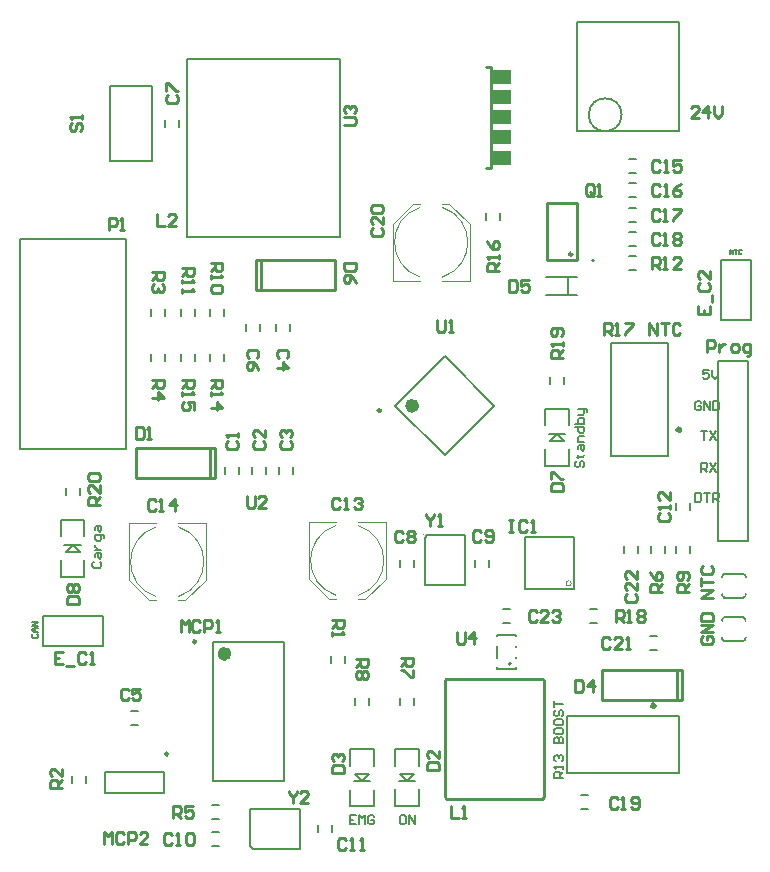
<source format=gto>
G04 Layer_Color=65535*
%FSLAX25Y25*%
%MOIN*%
G70*
G01*
G75*
%ADD34C,0.01000*%
%ADD48C,0.00000*%
%ADD49C,0.00984*%
%ADD50C,0.00787*%
%ADD51C,0.00394*%
%ADD52C,0.02362*%
%ADD53C,0.00400*%
%ADD54C,0.00800*%
%ADD55C,0.01575*%
%ADD56C,0.00500*%
%ADD57C,0.00600*%
%ADD58R,0.07087X0.04724*%
D34*
X186500Y206500D02*
G03*
X186500Y206500I-500J0D01*
G01*
X67425Y139050D02*
Y142000D01*
X41008D02*
X67425D01*
X41000Y131882D02*
Y142000D01*
X67425Y131882D02*
Y139050D01*
X65819Y132000D02*
Y142000D01*
X41008Y131882D02*
X67425D01*
X144500Y25000D02*
X176500D01*
X144000Y25500D02*
X144280Y25220D01*
X176500Y25000D02*
X177000Y25500D01*
X144000D02*
Y64500D01*
X144500Y65000D01*
X177000Y25500D02*
Y64500D01*
X176500Y65000D02*
X177000Y64500D01*
X144500Y65000D02*
X176500D01*
X178000Y204500D02*
Y223500D01*
X188000D01*
Y204500D02*
Y223500D01*
X178000Y204500D02*
X188000D01*
X193000D02*
X193500D01*
X81075Y194500D02*
Y197450D01*
Y194500D02*
X107492D01*
X107500D02*
Y204618D01*
X81075Y197450D02*
Y204618D01*
X82681Y194500D02*
Y204500D01*
X81075Y204618D02*
X107492D01*
X157784Y235185D02*
X159358D01*
Y269043D01*
X157784D02*
X159358D01*
X222975Y65050D02*
Y68000D01*
X196558D02*
X222975D01*
X196550Y57882D02*
Y68000D01*
X222975Y57882D02*
Y65050D01*
X221369Y58000D02*
Y68000D01*
X196558Y57882D02*
X222975D01*
X197000Y179500D02*
Y183436D01*
X198968D01*
X199624Y182780D01*
Y181468D01*
X198968Y180812D01*
X197000D01*
X198312D02*
X199624Y179500D01*
X200936D02*
X202248D01*
X201592D01*
Y183436D01*
X200936Y182780D01*
X204216Y183436D02*
X206839D01*
Y182780D01*
X204216Y180156D01*
Y179500D01*
X212087D02*
Y183436D01*
X214711Y179500D01*
Y183436D01*
X216023D02*
X218647D01*
X217335D01*
Y179500D01*
X222582Y182780D02*
X221926Y183436D01*
X220614D01*
X219958Y182780D01*
Y180156D01*
X220614Y179500D01*
X221926D01*
X222582Y180156D01*
X230017Y79124D02*
X229361Y78468D01*
Y77156D01*
X230017Y76500D01*
X232641D01*
X233297Y77156D01*
Y78468D01*
X232641Y79124D01*
X231329D01*
Y77812D01*
X233297Y80436D02*
X229361D01*
X233297Y83060D01*
X229361D01*
Y84372D02*
X233297D01*
Y86339D01*
X232641Y86995D01*
X230017D01*
X229361Y86339D01*
Y84372D01*
X233297Y92000D02*
X229361D01*
X233297Y94624D01*
X229361D01*
Y95936D02*
Y98560D01*
Y97248D01*
X233297D01*
X230017Y102495D02*
X229361Y101839D01*
Y100527D01*
X230017Y99871D01*
X232641D01*
X233297Y100527D01*
Y101839D01*
X232641Y102495D01*
X228564Y189124D02*
Y186500D01*
X232500D01*
Y189124D01*
X230532Y186500D02*
Y187812D01*
X233156Y190436D02*
Y193060D01*
X229220Y196995D02*
X228564Y196339D01*
Y195027D01*
X229220Y194371D01*
X231844D01*
X232500Y195027D01*
Y196339D01*
X231844Y196995D01*
X232500Y200931D02*
Y198307D01*
X229876Y200931D01*
X229220D01*
X228564Y200275D01*
Y198963D01*
X229220Y198307D01*
X213000Y201500D02*
Y205436D01*
X214968D01*
X215624Y204780D01*
Y203468D01*
X214968Y202812D01*
X213000D01*
X214312D02*
X215624Y201500D01*
X216936D02*
X218248D01*
X217592D01*
Y205436D01*
X216936Y204780D01*
X222839Y201500D02*
X220216D01*
X222839Y204124D01*
Y204780D01*
X222183Y205436D01*
X220871D01*
X220216Y204780D01*
X193624Y226656D02*
Y229280D01*
X192968Y229936D01*
X191656D01*
X191000Y229280D01*
Y226656D01*
X191656Y226000D01*
X192968D01*
X192312Y227312D02*
X193624Y226000D01*
X192968D02*
X193624Y226656D01*
X194936Y226000D02*
X196248D01*
X195592D01*
Y229936D01*
X194936Y229280D01*
X165500Y197936D02*
Y194000D01*
X167468D01*
X168124Y194656D01*
Y197280D01*
X167468Y197936D01*
X165500D01*
X172060D02*
X169436D01*
Y195968D01*
X170748Y196624D01*
X171404D01*
X172060Y195968D01*
Y194656D01*
X171404Y194000D01*
X170092D01*
X169436Y194656D01*
X19720Y250124D02*
X19064Y249468D01*
Y248156D01*
X19720Y247500D01*
X20376D01*
X21032Y248156D01*
Y249468D01*
X21688Y250124D01*
X22344D01*
X23000Y249468D01*
Y248156D01*
X22344Y247500D01*
X23000Y251436D02*
Y252748D01*
Y252092D01*
X19064D01*
X19720Y251436D01*
X228624Y252000D02*
X226000D01*
X228624Y254624D01*
Y255280D01*
X227968Y255936D01*
X226656D01*
X226000Y255280D01*
X231904Y252000D02*
Y255936D01*
X229936Y253968D01*
X232560D01*
X233872Y255936D02*
Y253312D01*
X235183Y252000D01*
X236495Y253312D01*
Y255936D01*
X71720Y144124D02*
X71064Y143468D01*
Y142156D01*
X71720Y141500D01*
X74344D01*
X75000Y142156D01*
Y143468D01*
X74344Y144124D01*
X75000Y145436D02*
Y146748D01*
Y146092D01*
X71064D01*
X71720Y145436D01*
X80720Y144124D02*
X80064Y143468D01*
Y142156D01*
X80720Y141500D01*
X83344D01*
X84000Y142156D01*
Y143468D01*
X83344Y144124D01*
X84000Y148060D02*
Y145436D01*
X81376Y148060D01*
X80720D01*
X80064Y147404D01*
Y146092D01*
X80720Y145436D01*
X89720Y144124D02*
X89064Y143468D01*
Y142156D01*
X89720Y141500D01*
X92344D01*
X93000Y142156D01*
Y143468D01*
X92344Y144124D01*
X89720Y145436D02*
X89064Y146092D01*
Y147404D01*
X89720Y148060D01*
X90376D01*
X91032Y147404D01*
Y146748D01*
Y147404D01*
X91688Y148060D01*
X92344D01*
X93000Y147404D01*
Y146092D01*
X92344Y145436D01*
X91280Y171876D02*
X91936Y172532D01*
Y173844D01*
X91280Y174500D01*
X88656D01*
X88000Y173844D01*
Y172532D01*
X88656Y171876D01*
X88000Y168596D02*
X91936D01*
X89968Y170564D01*
Y167940D01*
X38624Y61080D02*
X37968Y61736D01*
X36656D01*
X36000Y61080D01*
Y58456D01*
X36656Y57800D01*
X37968D01*
X38624Y58456D01*
X42560Y61736D02*
X39936D01*
Y59768D01*
X41248Y60424D01*
X41904D01*
X42560Y59768D01*
Y58456D01*
X41904Y57800D01*
X40592D01*
X39936Y58456D01*
X81280Y171876D02*
X81936Y172532D01*
Y173844D01*
X81280Y174500D01*
X78656D01*
X78000Y173844D01*
Y172532D01*
X78656Y171876D01*
X81936Y167940D02*
X81280Y169252D01*
X79968Y170564D01*
X78656D01*
X78000Y169908D01*
Y168596D01*
X78656Y167940D01*
X79312D01*
X79968Y168596D01*
Y170564D01*
X51720Y259624D02*
X51064Y258968D01*
Y257656D01*
X51720Y257000D01*
X54344D01*
X55000Y257656D01*
Y258968D01*
X54344Y259624D01*
X51064Y260936D02*
Y263560D01*
X51720D01*
X54344Y260936D01*
X55000D01*
X130124Y113737D02*
X129468Y114393D01*
X128156D01*
X127500Y113737D01*
Y111113D01*
X128156Y110457D01*
X129468D01*
X130124Y111113D01*
X131436Y113737D02*
X132092Y114393D01*
X133404D01*
X134060Y113737D01*
Y113081D01*
X133404Y112425D01*
X134060Y111769D01*
Y111113D01*
X133404Y110457D01*
X132092D01*
X131436Y111113D01*
Y111769D01*
X132092Y112425D01*
X131436Y113081D01*
Y113737D01*
X132092Y112425D02*
X133404D01*
X156124Y113780D02*
X155468Y114436D01*
X154156D01*
X153500Y113780D01*
Y111156D01*
X154156Y110500D01*
X155468D01*
X156124Y111156D01*
X157436D02*
X158092Y110500D01*
X159404D01*
X160060Y111156D01*
Y113780D01*
X159404Y114436D01*
X158092D01*
X157436Y113780D01*
Y113124D01*
X158092Y112468D01*
X160060D01*
X53124Y12780D02*
X52468Y13436D01*
X51156D01*
X50500Y12780D01*
Y10156D01*
X51156Y9500D01*
X52468D01*
X53124Y10156D01*
X54436Y9500D02*
X55748D01*
X55092D01*
Y13436D01*
X54436Y12780D01*
X57715D02*
X58372Y13436D01*
X59683D01*
X60339Y12780D01*
Y10156D01*
X59683Y9500D01*
X58372D01*
X57715Y10156D01*
Y12780D01*
X111124Y11280D02*
X110468Y11936D01*
X109156D01*
X108500Y11280D01*
Y8656D01*
X109156Y8000D01*
X110468D01*
X111124Y8656D01*
X112436Y8000D02*
X113748D01*
X113092D01*
Y11936D01*
X112436Y11280D01*
X115716Y8000D02*
X117027D01*
X116372D01*
Y11936D01*
X115716Y11280D01*
X215720Y120124D02*
X215064Y119468D01*
Y118156D01*
X215720Y117500D01*
X218344D01*
X219000Y118156D01*
Y119468D01*
X218344Y120124D01*
X219000Y121436D02*
Y122748D01*
Y122092D01*
X215064D01*
X215720Y121436D01*
X219000Y127339D02*
Y124715D01*
X216376Y127339D01*
X215720D01*
X215064Y126683D01*
Y125372D01*
X215720Y124715D01*
X109124Y124729D02*
X108468Y125385D01*
X107156D01*
X106500Y124729D01*
Y122105D01*
X107156Y121449D01*
X108468D01*
X109124Y122105D01*
X110436Y121449D02*
X111748D01*
X111092D01*
Y125385D01*
X110436Y124729D01*
X113716D02*
X114372Y125385D01*
X115683D01*
X116339Y124729D01*
Y124073D01*
X115683Y123417D01*
X115027D01*
X115683D01*
X116339Y122761D01*
Y122105D01*
X115683Y121449D01*
X114372D01*
X113716Y122105D01*
X47624Y124280D02*
X46968Y124936D01*
X45656D01*
X45000Y124280D01*
Y121656D01*
X45656Y121000D01*
X46968D01*
X47624Y121656D01*
X48936Y121000D02*
X50248D01*
X49592D01*
Y124936D01*
X48936Y124280D01*
X54183Y121000D02*
Y124936D01*
X52215Y122968D01*
X54839D01*
X215667Y237280D02*
X215011Y237936D01*
X213699D01*
X213043Y237280D01*
Y234656D01*
X213699Y234000D01*
X215011D01*
X215667Y234656D01*
X216979Y234000D02*
X218291D01*
X217635D01*
Y237936D01*
X216979Y237280D01*
X222882Y237936D02*
X220258D01*
Y235968D01*
X221570Y236624D01*
X222226D01*
X222882Y235968D01*
Y234656D01*
X222226Y234000D01*
X220915D01*
X220258Y234656D01*
X215667Y229280D02*
X215011Y229936D01*
X213699D01*
X213043Y229280D01*
Y226656D01*
X213699Y226000D01*
X215011D01*
X215667Y226656D01*
X216979Y226000D02*
X218291D01*
X217635D01*
Y229936D01*
X216979Y229280D01*
X222882Y229936D02*
X221570Y229280D01*
X220258Y227968D01*
Y226656D01*
X220915Y226000D01*
X222226D01*
X222882Y226656D01*
Y227312D01*
X222226Y227968D01*
X220258D01*
X215624Y220780D02*
X214968Y221436D01*
X213656D01*
X213000Y220780D01*
Y218156D01*
X213656Y217500D01*
X214968D01*
X215624Y218156D01*
X216936Y217500D02*
X218248D01*
X217592D01*
Y221436D01*
X216936Y220780D01*
X220216Y221436D02*
X222839D01*
Y220780D01*
X220216Y218156D01*
Y217500D01*
X215624Y212780D02*
X214968Y213436D01*
X213656D01*
X213000Y212780D01*
Y210156D01*
X213656Y209500D01*
X214968D01*
X215624Y210156D01*
X216936Y209500D02*
X218248D01*
X217592D01*
Y213436D01*
X216936Y212780D01*
X220216D02*
X220871Y213436D01*
X222183D01*
X222839Y212780D01*
Y212124D01*
X222183Y211468D01*
X222839Y210812D01*
Y210156D01*
X222183Y209500D01*
X220871D01*
X220216Y210156D01*
Y210812D01*
X220871Y211468D01*
X220216Y212124D01*
Y212780D01*
X220871Y211468D02*
X222183D01*
X201624Y24780D02*
X200968Y25436D01*
X199656D01*
X199000Y24780D01*
Y22156D01*
X199656Y21500D01*
X200968D01*
X201624Y22156D01*
X202936Y21500D02*
X204248D01*
X203592D01*
Y25436D01*
X202936Y24780D01*
X206216Y22156D02*
X206872Y21500D01*
X208183D01*
X208839Y22156D01*
Y24780D01*
X208183Y25436D01*
X206872D01*
X206216Y24780D01*
Y24124D01*
X206872Y23468D01*
X208839D01*
X120220Y215124D02*
X119564Y214468D01*
Y213156D01*
X120220Y212500D01*
X122844D01*
X123500Y213156D01*
Y214468D01*
X122844Y215124D01*
X123500Y219060D02*
Y216436D01*
X120876Y219060D01*
X120220D01*
X119564Y218404D01*
Y217092D01*
X120220Y216436D01*
Y220372D02*
X119564Y221027D01*
Y222339D01*
X120220Y222995D01*
X122844D01*
X123500Y222339D01*
Y221027D01*
X122844Y220372D01*
X120220D01*
X199124Y78280D02*
X198468Y78936D01*
X197156D01*
X196500Y78280D01*
Y75656D01*
X197156Y75000D01*
X198468D01*
X199124Y75656D01*
X203060Y75000D02*
X200436D01*
X203060Y77624D01*
Y78280D01*
X202404Y78936D01*
X201092D01*
X200436Y78280D01*
X204372Y75000D02*
X205683D01*
X205027D01*
Y78936D01*
X204372Y78280D01*
X204720Y93124D02*
X204064Y92468D01*
Y91156D01*
X204720Y90500D01*
X207344D01*
X208000Y91156D01*
Y92468D01*
X207344Y93124D01*
X208000Y97060D02*
Y94436D01*
X205376Y97060D01*
X204720D01*
X204064Y96404D01*
Y95092D01*
X204720Y94436D01*
X208000Y100995D02*
Y98371D01*
X205376Y100995D01*
X204720D01*
X204064Y100339D01*
Y99027D01*
X204720Y98371D01*
X174624Y87280D02*
X173968Y87936D01*
X172656D01*
X172000Y87280D01*
Y84656D01*
X172656Y84000D01*
X173968D01*
X174624Y84656D01*
X178560Y84000D02*
X175936D01*
X178560Y86624D01*
Y87280D01*
X177904Y87936D01*
X176592D01*
X175936Y87280D01*
X179871D02*
X180527Y87936D01*
X181839D01*
X182495Y87280D01*
Y86624D01*
X181839Y85968D01*
X181183D01*
X181839D01*
X182495Y85312D01*
Y84656D01*
X181839Y84000D01*
X180527D01*
X179871Y84656D01*
X138064Y34500D02*
X142000D01*
Y36468D01*
X141344Y37124D01*
X138720D01*
X138064Y36468D01*
Y34500D01*
X142000Y41060D02*
Y38436D01*
X139376Y41060D01*
X138720D01*
X138064Y40404D01*
Y39092D01*
X138720Y38436D01*
X106564Y33500D02*
X110500D01*
Y35468D01*
X109844Y36124D01*
X107220D01*
X106564Y35468D01*
Y33500D01*
X107220Y37436D02*
X106564Y38092D01*
Y39404D01*
X107220Y40060D01*
X107876D01*
X108532Y39404D01*
Y38748D01*
Y39404D01*
X109188Y40060D01*
X109844D01*
X110500Y39404D01*
Y38092D01*
X109844Y37436D01*
X179564Y127500D02*
X183500D01*
Y129468D01*
X182844Y130124D01*
X180220D01*
X179564Y129468D01*
Y127500D01*
Y131436D02*
Y134060D01*
X180220D01*
X182844Y131436D01*
X183500D01*
X18064Y90000D02*
X22000D01*
Y91968D01*
X21344Y92624D01*
X18720D01*
X18064Y91968D01*
Y90000D01*
X18720Y93936D02*
X18064Y94592D01*
Y95904D01*
X18720Y96560D01*
X19376D01*
X20032Y95904D01*
X20688Y96560D01*
X21344D01*
X22000Y95904D01*
Y94592D01*
X21344Y93936D01*
X20688D01*
X20032Y94592D01*
X19376Y93936D01*
X18720D01*
X20032Y94592D02*
Y95904D01*
X16624Y73936D02*
X14000D01*
Y70000D01*
X16624D01*
X14000Y71968D02*
X15312D01*
X17936Y69344D02*
X20560D01*
X24495Y73280D02*
X23839Y73936D01*
X22527D01*
X21871Y73280D01*
Y70656D01*
X22527Y70000D01*
X23839D01*
X24495Y70656D01*
X25807Y70000D02*
X27119D01*
X26463D01*
Y73936D01*
X25807Y73280D01*
X165500Y117936D02*
X166812D01*
X166156D01*
Y114000D01*
X165500D01*
X166812D01*
X171404Y117280D02*
X170748Y117936D01*
X169436D01*
X168780Y117280D01*
Y114656D01*
X169436Y114000D01*
X170748D01*
X171404Y114656D01*
X172715Y114000D02*
X174027D01*
X173372D01*
Y117936D01*
X172715Y117280D01*
X146000Y22534D02*
Y18598D01*
X148624D01*
X149936D02*
X151248D01*
X150592D01*
Y22534D01*
X149936Y21878D01*
X48000Y219936D02*
Y216000D01*
X50624D01*
X54560D02*
X51936D01*
X54560Y218624D01*
Y219280D01*
X53904Y219936D01*
X52592D01*
X51936Y219280D01*
X56000Y80500D02*
Y84436D01*
X57312Y83124D01*
X58624Y84436D01*
Y80500D01*
X62560Y83780D02*
X61904Y84436D01*
X60592D01*
X59936Y83780D01*
Y81156D01*
X60592Y80500D01*
X61904D01*
X62560Y81156D01*
X63872Y80500D02*
Y84436D01*
X65839D01*
X66495Y83780D01*
Y82468D01*
X65839Y81812D01*
X63872D01*
X67807Y80500D02*
X69119D01*
X68463D01*
Y84436D01*
X67807Y83780D01*
X30500Y10000D02*
Y13936D01*
X31812Y12624D01*
X33124Y13936D01*
Y10000D01*
X37060Y13280D02*
X36404Y13936D01*
X35092D01*
X34436Y13280D01*
Y10656D01*
X35092Y10000D01*
X36404D01*
X37060Y10656D01*
X38372Y10000D02*
Y13936D01*
X40339D01*
X40995Y13280D01*
Y11968D01*
X40339Y11312D01*
X38372D01*
X44931Y10000D02*
X42307D01*
X44931Y12624D01*
Y13280D01*
X44275Y13936D01*
X42963D01*
X42307Y13280D01*
X32000Y214500D02*
Y218436D01*
X33968D01*
X34624Y217780D01*
Y216468D01*
X33968Y215812D01*
X32000D01*
X35936Y214500D02*
X37248D01*
X36592D01*
Y218436D01*
X35936Y217780D01*
X231500Y174000D02*
Y177936D01*
X233468D01*
X234124Y177280D01*
Y175968D01*
X233468Y175312D01*
X231500D01*
X235436Y176624D02*
Y174000D01*
Y175312D01*
X236092Y175968D01*
X236748Y176624D01*
X237404D01*
X240027Y174000D02*
X241339D01*
X241995Y174656D01*
Y175968D01*
X241339Y176624D01*
X240027D01*
X239371Y175968D01*
Y174656D01*
X240027Y174000D01*
X244619Y172688D02*
X245275D01*
X245931Y173344D01*
Y176624D01*
X243963D01*
X243307Y175968D01*
Y174656D01*
X243963Y174000D01*
X245931D01*
X106500Y84500D02*
X110436D01*
Y82532D01*
X109780Y81876D01*
X108468D01*
X107812Y82532D01*
Y84500D01*
Y83188D02*
X106500Y81876D01*
Y80564D02*
Y79252D01*
Y79908D01*
X110436D01*
X109780Y80564D01*
X16500Y28500D02*
X12564D01*
Y30468D01*
X13220Y31124D01*
X14532D01*
X15188Y30468D01*
Y28500D01*
Y29812D02*
X16500Y31124D01*
Y35060D02*
Y32436D01*
X13876Y35060D01*
X13220D01*
X12564Y34404D01*
Y33092D01*
X13220Y32436D01*
X46500Y200500D02*
X50436D01*
Y198532D01*
X49780Y197876D01*
X48468D01*
X47812Y198532D01*
Y200500D01*
Y199188D02*
X46500Y197876D01*
X49780Y196564D02*
X50436Y195908D01*
Y194596D01*
X49780Y193940D01*
X49124D01*
X48468Y194596D01*
Y195252D01*
Y194596D01*
X47812Y193940D01*
X47156D01*
X46500Y194596D01*
Y195908D01*
X47156Y196564D01*
X46500Y164500D02*
X50436D01*
Y162532D01*
X49780Y161876D01*
X48468D01*
X47812Y162532D01*
Y164500D01*
Y163188D02*
X46500Y161876D01*
Y158596D02*
X50436D01*
X48468Y160564D01*
Y157940D01*
X53500Y18500D02*
Y22436D01*
X55468D01*
X56124Y21780D01*
Y20468D01*
X55468Y19812D01*
X53500D01*
X54812D02*
X56124Y18500D01*
X60060Y22436D02*
X57436D01*
Y20468D01*
X58748Y21124D01*
X59404D01*
X60060Y20468D01*
Y19156D01*
X59404Y18500D01*
X58092D01*
X57436Y19156D01*
X216500Y94000D02*
X212564D01*
Y95968D01*
X213220Y96624D01*
X214532D01*
X215188Y95968D01*
Y94000D01*
Y95312D02*
X216500Y96624D01*
X212564Y100560D02*
X213220Y99248D01*
X214532Y97936D01*
X215844D01*
X216500Y98592D01*
Y99904D01*
X215844Y100560D01*
X215188D01*
X214532Y99904D01*
Y97936D01*
X129500Y72000D02*
X133436D01*
Y70032D01*
X132780Y69376D01*
X131468D01*
X130812Y70032D01*
Y72000D01*
Y70688D02*
X129500Y69376D01*
X133436Y68064D02*
Y65440D01*
X132780D01*
X130156Y68064D01*
X129500D01*
X114500Y71500D02*
X118436D01*
Y69532D01*
X117780Y68876D01*
X116468D01*
X115812Y69532D01*
Y71500D01*
Y70188D02*
X114500Y68876D01*
X117780Y67564D02*
X118436Y66908D01*
Y65596D01*
X117780Y64940D01*
X117124D01*
X116468Y65596D01*
X115812Y64940D01*
X115156D01*
X114500Y65596D01*
Y66908D01*
X115156Y67564D01*
X115812D01*
X116468Y66908D01*
X117124Y67564D01*
X117780D01*
X116468Y66908D02*
Y65596D01*
X225500Y94000D02*
X221564D01*
Y95968D01*
X222220Y96624D01*
X223532D01*
X224188Y95968D01*
Y94000D01*
Y95312D02*
X225500Y96624D01*
X224844Y97936D02*
X225500Y98592D01*
Y99904D01*
X224844Y100560D01*
X222220D01*
X221564Y99904D01*
Y98592D01*
X222220Y97936D01*
X222876D01*
X223532Y98592D01*
Y100560D01*
X66000Y203543D02*
X69936D01*
Y201575D01*
X69280Y200919D01*
X67968D01*
X67312Y201575D01*
Y203543D01*
Y202231D02*
X66000Y200919D01*
Y199607D02*
Y198295D01*
Y198951D01*
X69936D01*
X69280Y199607D01*
Y196327D02*
X69936Y195671D01*
Y194360D01*
X69280Y193704D01*
X66656D01*
X66000Y194360D01*
Y195671D01*
X66656Y196327D01*
X69280D01*
X56500Y202000D02*
X60436D01*
Y200032D01*
X59780Y199376D01*
X58468D01*
X57812Y200032D01*
Y202000D01*
Y200688D02*
X56500Y199376D01*
Y198064D02*
Y196752D01*
Y197408D01*
X60436D01*
X59780Y198064D01*
X56500Y194784D02*
Y193473D01*
Y194129D01*
X60436D01*
X59780Y194784D01*
X66000Y164500D02*
X69936D01*
Y162532D01*
X69280Y161876D01*
X67968D01*
X67312Y162532D01*
Y164500D01*
Y163188D02*
X66000Y161876D01*
Y160564D02*
Y159252D01*
Y159908D01*
X69936D01*
X69280Y160564D01*
X66000Y155317D02*
X69936D01*
X67968Y157284D01*
Y154661D01*
X56500Y164500D02*
X60436D01*
Y162532D01*
X59780Y161876D01*
X58468D01*
X57812Y162532D01*
Y164500D01*
Y163188D02*
X56500Y161876D01*
Y160564D02*
Y159252D01*
Y159908D01*
X60436D01*
X59780Y160564D01*
X60436Y154661D02*
Y157284D01*
X58468D01*
X59124Y155973D01*
Y155317D01*
X58468Y154661D01*
X57156D01*
X56500Y155317D01*
Y156629D01*
X57156Y157284D01*
X162000Y201000D02*
X158064D01*
Y202968D01*
X158720Y203624D01*
X160032D01*
X160688Y202968D01*
Y201000D01*
Y202312D02*
X162000Y203624D01*
Y204936D02*
Y206248D01*
Y205592D01*
X158064D01*
X158720Y204936D01*
X158064Y210839D02*
X158720Y209527D01*
X160032Y208215D01*
X161344D01*
X162000Y208872D01*
Y210183D01*
X161344Y210839D01*
X160688D01*
X160032Y210183D01*
Y208215D01*
X201000Y84000D02*
Y87936D01*
X202968D01*
X203624Y87280D01*
Y85968D01*
X202968Y85312D01*
X201000D01*
X202312D02*
X203624Y84000D01*
X204936D02*
X206248D01*
X205592D01*
Y87936D01*
X204936Y87280D01*
X208215D02*
X208872Y87936D01*
X210183D01*
X210839Y87280D01*
Y86624D01*
X210183Y85968D01*
X210839Y85312D01*
Y84656D01*
X210183Y84000D01*
X208872D01*
X208215Y84656D01*
Y85312D01*
X208872Y85968D01*
X208215Y86624D01*
Y87280D01*
X208872Y85968D02*
X210183D01*
X183500Y172000D02*
X179564D01*
Y173968D01*
X180220Y174624D01*
X181532D01*
X182188Y173968D01*
Y172000D01*
Y173312D02*
X183500Y174624D01*
Y175936D02*
Y177248D01*
Y176592D01*
X179564D01*
X180220Y175936D01*
X182844Y179216D02*
X183500Y179871D01*
Y181183D01*
X182844Y181839D01*
X180220D01*
X179564Y181183D01*
Y179871D01*
X180220Y179216D01*
X180876D01*
X181532Y179871D01*
Y181839D01*
X29000Y123000D02*
X25064D01*
Y124968D01*
X25720Y125624D01*
X27032D01*
X27688Y124968D01*
Y123000D01*
Y124312D02*
X29000Y125624D01*
Y129560D02*
Y126936D01*
X26376Y129560D01*
X25720D01*
X25064Y128904D01*
Y127592D01*
X25720Y126936D01*
Y130871D02*
X25064Y131527D01*
Y132839D01*
X25720Y133495D01*
X28344D01*
X29000Y132839D01*
Y131527D01*
X28344Y130871D01*
X25720D01*
X141500Y184436D02*
Y181156D01*
X142156Y180500D01*
X143468D01*
X144124Y181156D01*
Y184436D01*
X145436Y180500D02*
X146748D01*
X146092D01*
Y184436D01*
X145436Y183780D01*
X78000Y125936D02*
Y122656D01*
X78656Y122000D01*
X79968D01*
X80624Y122656D01*
Y125936D01*
X84560Y122000D02*
X81936D01*
X84560Y124624D01*
Y125280D01*
X83904Y125936D01*
X82592D01*
X81936Y125280D01*
X110564Y249500D02*
X113844D01*
X114500Y250156D01*
Y251468D01*
X113844Y252124D01*
X110564D01*
X111220Y253436D02*
X110564Y254092D01*
Y255404D01*
X111220Y256060D01*
X111876D01*
X112532Y255404D01*
Y254748D01*
Y255404D01*
X113188Y256060D01*
X113844D01*
X114500Y255404D01*
Y254092D01*
X113844Y253436D01*
X148000Y80436D02*
Y77156D01*
X148656Y76500D01*
X149968D01*
X150624Y77156D01*
Y80436D01*
X153904Y76500D02*
Y80436D01*
X151936Y78468D01*
X154560D01*
X137850Y119766D02*
Y119111D01*
X139162Y117799D01*
X140474Y119111D01*
Y119766D01*
X139162Y117799D02*
Y115831D01*
X141786D02*
X143098D01*
X142442D01*
Y119766D01*
X141786Y119111D01*
X92000Y27436D02*
Y26780D01*
X93312Y25468D01*
X94624Y26780D01*
Y27436D01*
X93312Y25468D02*
Y23500D01*
X98560D02*
X95936D01*
X98560Y26124D01*
Y26780D01*
X97904Y27436D01*
X96592D01*
X95936Y26780D01*
X187500Y64436D02*
Y60500D01*
X189468D01*
X190124Y61156D01*
Y63780D01*
X189468Y64436D01*
X187500D01*
X193404Y60500D02*
Y64436D01*
X191436Y62468D01*
X194060D01*
X114436Y203500D02*
X110500D01*
Y201532D01*
X111156Y200876D01*
X113780D01*
X114436Y201532D01*
Y203500D01*
Y196940D02*
X113780Y198252D01*
X112468Y199564D01*
X111156D01*
X110500Y198908D01*
Y197596D01*
X111156Y196940D01*
X111812D01*
X112468Y197596D01*
Y199564D01*
X41000Y148936D02*
Y145000D01*
X42968D01*
X43624Y145656D01*
Y148280D01*
X42968Y148936D01*
X41000D01*
X44936Y145000D02*
X46248D01*
X45592D01*
Y148936D01*
X44936Y148280D01*
D48*
X186179Y96807D02*
G03*
X186179Y96807I-880J0D01*
G01*
D49*
X51839Y39949D02*
G03*
X51839Y39949I-492J0D01*
G01*
X122708Y154399D02*
G03*
X122708Y154399I-492J0D01*
G01*
X61079Y77346D02*
G03*
X61079Y77346I-492J0D01*
G01*
D50*
X202984Y253000D02*
G03*
X202984Y253000I-5484J0D01*
G01*
X30657Y26957D02*
Y34043D01*
X50343Y26957D02*
Y34043D01*
X30657Y26957D02*
X50343D01*
X30657Y34043D02*
X50343D01*
X188000Y284000D02*
X222000D01*
X188000Y247500D02*
Y284000D01*
Y247500D02*
X222000D01*
Y284000D01*
X10000Y86000D02*
X30000D01*
X10000Y76000D02*
Y86000D01*
Y76000D02*
X30000D01*
Y86000D01*
X235000Y111000D02*
Y171000D01*
X245000Y111000D02*
Y171000D01*
X235000D02*
X245000D01*
X235000Y111000D02*
X245000D01*
X2283Y141461D02*
X37717D01*
X2283Y211539D02*
X37717D01*
Y141461D02*
Y211539D01*
X2283Y141461D02*
Y211539D01*
X32500Y237500D02*
X46500D01*
X32500D02*
Y262500D01*
X46500D01*
Y237500D02*
Y262500D01*
X83169Y8307D02*
X95768D01*
Y21693D01*
X79232D02*
X95768D01*
X79232Y9094D02*
Y21693D01*
Y9094D02*
X80020Y8307D01*
X83169D01*
X127575Y156000D02*
X144000Y139575D01*
Y172425D02*
X160425Y156000D01*
X127575D02*
X144000Y172425D01*
Y139575D02*
X160425Y156000D01*
X66689Y30772D02*
Y77228D01*
X90311Y30772D02*
Y77228D01*
X66689D02*
X90311D01*
X66689Y30772D02*
X90311D01*
X137307Y96232D02*
Y108831D01*
Y96232D02*
X150693D01*
Y112768D01*
X138095D02*
X150693D01*
X137307Y111980D02*
X138095Y112768D01*
X137307Y108831D02*
Y111980D01*
X236000Y184500D02*
X246000D01*
X236000D02*
Y204500D01*
X246000D01*
Y184500D02*
Y204500D01*
X58000Y212276D02*
X83500D01*
X58000D02*
Y271724D01*
X109000D01*
Y212276D02*
Y271724D01*
X83500Y212276D02*
X109000D01*
D51*
X79035Y7913D02*
G03*
X79035Y7913I-197J0D01*
G01*
X137110Y113161D02*
G03*
X137110Y113161I-197J0D01*
G01*
D52*
X134324Y156000D02*
G03*
X134324Y156000I-1181J0D01*
G01*
X71807Y73291D02*
G03*
X71807Y73291I-1181J0D01*
G01*
D53*
X47760Y115614D02*
G03*
X47760Y92386I3740J-11614D01*
G01*
X55240D02*
G03*
X55240Y115614I-3740J11614D01*
G01*
X107760Y116063D02*
G03*
X107760Y92835I3740J-11614D01*
G01*
X115240D02*
G03*
X115240Y116063I-3740J11614D01*
G01*
X143240Y198886D02*
G03*
X143240Y222114I-3740J11614D01*
G01*
X135760D02*
G03*
X135760Y198886I3740J-11614D01*
G01*
X38705Y116795D02*
X47760D01*
X38705Y97898D02*
Y116795D01*
Y97898D02*
X45398Y91205D01*
X47760D01*
X55240D02*
X57602D01*
X64295Y97898D01*
Y116795D01*
X55240D02*
X64295D01*
X98705Y117244D02*
X107760D01*
X98705Y98347D02*
Y117244D01*
Y98347D02*
X105398Y91654D01*
X107760D01*
X115240D02*
X117602D01*
X124295Y98347D01*
Y117244D01*
X115240D02*
X124295D01*
X143240Y197705D02*
X152295D01*
Y216602D01*
X145602Y223295D02*
X152295Y216602D01*
X143240Y223295D02*
X145602D01*
X133398D02*
X135760D01*
X126705Y216602D02*
X133398Y223295D01*
X126705Y197705D02*
Y216602D01*
Y197705D02*
X135760D01*
D54*
X243525Y77563D02*
G03*
X244312Y78744I-197J984D01*
G01*
X236438D02*
G03*
X237225Y77563I984J-197D01*
G01*
Y85437D02*
G03*
X236438Y84256I197J-984D01*
G01*
X244312Y84256D02*
G03*
X243525Y85437I-983J197D01*
G01*
X237272Y99937D02*
G03*
X236485Y98756I197J-984D01*
G01*
X244359D02*
G03*
X243572Y99937I-984J197D01*
G01*
Y92063D02*
G03*
X244359Y93244I-197J984D01*
G01*
X236485Y93244D02*
G03*
X237272Y92063I983J-197D01*
G01*
X129138Y33275D02*
X131500Y30913D01*
X129138Y33275D02*
X133862D01*
X131500Y30913D02*
X133862Y33275D01*
X128744Y30913D02*
X131500D01*
X134256D01*
X127563Y22645D02*
Y28157D01*
Y22645D02*
X135437D01*
Y28157D01*
X127563Y36031D02*
Y41543D01*
X135437D01*
Y36031D02*
Y41543D01*
X114138Y33181D02*
X116500Y30819D01*
X114138Y33181D02*
X118862D01*
X116500Y30819D02*
X118862Y33181D01*
X113744Y30819D02*
X116500D01*
X119256D01*
X112563Y22551D02*
Y28063D01*
Y22551D02*
X120437D01*
Y28063D01*
X112563Y35937D02*
Y41449D01*
X120437D01*
Y35937D02*
Y41449D01*
X181500Y146681D02*
X183862Y144319D01*
X179138D02*
X183862D01*
X179138D02*
X181500Y146681D01*
X184256D01*
X178744D02*
X181500D01*
X185437Y149437D02*
Y154949D01*
X177563D02*
X185437D01*
X177563Y149437D02*
Y154949D01*
X185437Y136051D02*
Y141563D01*
X177563Y136051D02*
X185437D01*
X177563D02*
Y141563D01*
X20000Y109681D02*
X22362Y107319D01*
X17638D02*
X22362D01*
X17638D02*
X20000Y109681D01*
X22756D01*
X17244D02*
X20000D01*
X23937Y112437D02*
Y117949D01*
X16063D02*
X23937D01*
X16063Y112437D02*
Y117949D01*
X23937Y99051D02*
Y104563D01*
X16063Y99051D02*
X23937D01*
X16063D02*
Y104563D01*
X184969Y192949D02*
X188118D01*
X177882D02*
X184969D01*
Y199051D02*
X188118D01*
X177882D02*
X184969D01*
Y192949D02*
Y199051D01*
X237225Y85437D02*
X243525D01*
X237225Y77563D02*
X243525D01*
X237272Y92063D02*
X243572D01*
X237272Y99937D02*
X243572D01*
D55*
X222394Y148000D02*
G03*
X222394Y148000I-394J0D01*
G01*
X213894Y56000D02*
G03*
X213894Y56000I-394J0D01*
G01*
D56*
X166075Y70063D02*
G03*
X166075Y70063I-394J0D01*
G01*
X187268Y94839D02*
Y112161D01*
X170732D02*
X187268D01*
X170732Y94839D02*
Y112161D01*
Y94839D02*
X187268D01*
X199472Y139240D02*
Y176760D01*
X218488D01*
Y139240D02*
Y176760D01*
X199472Y139240D02*
X218488D01*
X222260Y33472D02*
Y52488D01*
X184740D02*
X222260D01*
X184740Y33472D02*
Y52488D01*
Y33472D02*
X222260D01*
X183500Y32000D02*
X180501D01*
Y33500D01*
X181001Y33999D01*
X182001D01*
X182500Y33500D01*
Y32000D01*
Y33000D02*
X183500Y33999D01*
Y34999D02*
Y35999D01*
Y35499D01*
X180501D01*
X181001Y34999D01*
Y37498D02*
X180501Y37998D01*
Y38998D01*
X181001Y39498D01*
X181501D01*
X182001Y38998D01*
Y38498D01*
Y38998D01*
X182500Y39498D01*
X183000D01*
X183500Y38998D01*
Y37998D01*
X183000Y37498D01*
X180501Y43496D02*
X183500D01*
Y44996D01*
X183000Y45496D01*
X182500D01*
X182001Y44996D01*
Y43496D01*
Y44996D01*
X181501Y45496D01*
X181001D01*
X180501Y44996D01*
Y43496D01*
Y47995D02*
Y46995D01*
X181001Y46495D01*
X183000D01*
X183500Y46995D01*
Y47995D01*
X183000Y48495D01*
X181001D01*
X180501Y47995D01*
Y50994D02*
Y49994D01*
X181001Y49494D01*
X183000D01*
X183500Y49994D01*
Y50994D01*
X183000Y51494D01*
X181001D01*
X180501Y50994D01*
X181001Y54493D02*
X180501Y53993D01*
Y52993D01*
X181001Y52493D01*
X181501D01*
X182001Y52993D01*
Y53993D01*
X182500Y54493D01*
X183000D01*
X183500Y53993D01*
Y52993D01*
X183000Y52493D01*
X180501Y55492D02*
Y57492D01*
Y56492D01*
X183500D01*
X239000Y206500D02*
Y207999D01*
X240000Y206500D01*
Y207999D01*
X240499D02*
X241499D01*
X240999D01*
Y206500D01*
X242999Y207750D02*
X242749Y207999D01*
X242249D01*
X241999Y207750D01*
Y206750D01*
X242249Y206500D01*
X242749D01*
X242999Y206750D01*
X6834Y79833D02*
X6501Y79500D01*
Y78833D01*
X6834Y78500D01*
X8167D01*
X8500Y78833D01*
Y79500D01*
X8167Y79833D01*
X8500Y80499D02*
X7167D01*
X6501Y81166D01*
X7167Y81832D01*
X8500D01*
X7500D01*
Y80499D01*
X8500Y82499D02*
X6501D01*
X8500Y83832D01*
X6501D01*
X114499Y19499D02*
X112500D01*
Y16500D01*
X114499D01*
X112500Y18000D02*
X113500D01*
X115499Y16500D02*
Y19499D01*
X116499Y18499D01*
X117498Y19499D01*
Y16500D01*
X120497Y18999D02*
X119998Y19499D01*
X118998D01*
X118498Y18999D01*
Y17000D01*
X118998Y16500D01*
X119998D01*
X120497Y17000D01*
Y18000D01*
X119498D01*
X130499Y19499D02*
X129500D01*
X129000Y18999D01*
Y17000D01*
X129500Y16500D01*
X130499D01*
X130999Y17000D01*
Y18999D01*
X130499Y19499D01*
X131999Y16500D02*
Y19499D01*
X133998Y16500D01*
Y19499D01*
X188001Y137499D02*
X187501Y136999D01*
Y136000D01*
X188001Y135500D01*
X188501D01*
X189000Y136000D01*
Y136999D01*
X189500Y137499D01*
X190000D01*
X190500Y136999D01*
Y136000D01*
X190000Y135500D01*
X188001Y138999D02*
X188501D01*
Y138499D01*
Y139499D01*
Y138999D01*
X190000D01*
X190500Y139499D01*
X188501Y141498D02*
Y142498D01*
X189000Y142998D01*
X190500D01*
Y141498D01*
X190000Y140998D01*
X189500Y141498D01*
Y142998D01*
X190500Y143997D02*
X188501D01*
Y145497D01*
X189000Y145997D01*
X190500D01*
X187501Y148996D02*
X190500D01*
Y147496D01*
X190000Y146996D01*
X189000D01*
X188501Y147496D01*
Y148996D01*
X187501Y149995D02*
X190500D01*
Y151495D01*
X190000Y151995D01*
X189500D01*
X189000D01*
X188501Y151495D01*
Y149995D01*
Y152994D02*
X190000D01*
X190500Y153494D01*
Y154994D01*
X191000D01*
X191500Y154494D01*
Y153994D01*
X190500Y154994D02*
X188501D01*
X27001Y103999D02*
X26501Y103499D01*
Y102500D01*
X27001Y102000D01*
X29000D01*
X29500Y102500D01*
Y103499D01*
X29000Y103999D01*
X27501Y105499D02*
Y106499D01*
X28001Y106998D01*
X29500D01*
Y105499D01*
X29000Y104999D01*
X28500Y105499D01*
Y106998D01*
X27501Y107998D02*
X29500D01*
X28500D01*
X28001Y108498D01*
X27501Y108998D01*
Y109498D01*
X30500Y111997D02*
Y112497D01*
X30000Y112996D01*
X27501D01*
Y111497D01*
X28001Y110997D01*
X29000D01*
X29500Y111497D01*
Y112996D01*
X27501Y114496D02*
Y115496D01*
X28001Y115996D01*
X29500D01*
Y114496D01*
X29000Y113996D01*
X28500Y114496D01*
Y115996D01*
X227500Y126999D02*
Y124000D01*
X228999D01*
X229499Y124500D01*
Y126499D01*
X228999Y126999D01*
X227500D01*
X230499D02*
X232498D01*
X231499D01*
Y124000D01*
X233498D02*
Y126999D01*
X234998D01*
X235497Y126499D01*
Y125499D01*
X234998Y125000D01*
X233498D01*
X234498D02*
X235497Y124000D01*
X229500Y134000D02*
Y136999D01*
X230999D01*
X231499Y136499D01*
Y135500D01*
X230999Y135000D01*
X229500D01*
X230500D02*
X231499Y134000D01*
X232499Y136999D02*
X234498Y134000D01*
Y136999D02*
X232499Y134000D01*
X229500Y147499D02*
X231499D01*
X230500D01*
Y144500D01*
X232499Y147499D02*
X234498Y144500D01*
Y147499D02*
X232499Y144500D01*
X229499Y156999D02*
X228999Y157499D01*
X228000D01*
X227500Y156999D01*
Y155000D01*
X228000Y154500D01*
X228999D01*
X229499Y155000D01*
Y156000D01*
X228500D01*
X230499Y154500D02*
Y157499D01*
X232498Y154500D01*
Y157499D01*
X233498D02*
Y154500D01*
X234998D01*
X235497Y155000D01*
Y156999D01*
X234998Y157499D01*
X233498D01*
X231999Y167999D02*
X230000D01*
Y166499D01*
X231000Y166999D01*
X231500D01*
X231999Y166499D01*
Y165500D01*
X231500Y165000D01*
X230500D01*
X230000Y165500D01*
X232999Y167999D02*
Y166000D01*
X233999Y165000D01*
X234998Y166000D01*
Y167999D01*
D57*
X70362Y170776D02*
Y173138D01*
X65638Y170776D02*
Y173138D01*
X133862Y102276D02*
Y104638D01*
X129138Y102276D02*
Y104638D01*
X66319Y22862D02*
X68681D01*
X66319Y18138D02*
X68681D01*
X60862Y185819D02*
Y188181D01*
X56138Y185819D02*
Y188181D01*
X60862Y170819D02*
Y173181D01*
X56138Y170819D02*
Y173181D01*
X39319Y54362D02*
X41681D01*
X39319Y49638D02*
X41681D01*
X24362Y30319D02*
Y32681D01*
X19638Y30319D02*
Y32681D01*
X46138Y185819D02*
Y188181D01*
X50862Y185819D02*
Y188181D01*
Y170819D02*
Y173181D01*
X46138Y170819D02*
Y173181D01*
X221138Y121319D02*
Y123681D01*
X225862Y121319D02*
Y123681D01*
Y106819D02*
Y109181D01*
X221138Y106819D02*
Y109181D01*
X212638Y106819D02*
Y109181D01*
X217362Y106819D02*
Y109181D01*
X55362Y248819D02*
Y251181D01*
X50638Y248819D02*
Y251181D01*
X133862Y56319D02*
Y58681D01*
X129138Y56319D02*
Y58681D01*
X77638Y180819D02*
Y183181D01*
X82362Y180819D02*
Y183181D01*
X118862Y56319D02*
Y58681D01*
X114138Y56319D02*
Y58681D01*
X87638Y180819D02*
Y183181D01*
X92362Y180819D02*
Y183181D01*
X179138Y163319D02*
Y165681D01*
X183862Y163319D02*
Y165681D01*
X106138Y70319D02*
Y72681D01*
X110862Y70319D02*
Y72681D01*
X101638Y13819D02*
Y16181D01*
X106362Y13819D02*
Y16181D01*
X66319Y9138D02*
X68681D01*
X66319Y13862D02*
X68681D01*
X158862Y102276D02*
Y104638D01*
X154138Y102276D02*
Y104638D01*
X70362Y185862D02*
Y188224D01*
X65638Y185862D02*
Y188224D01*
X205319Y217138D02*
X207681D01*
X205319Y221862D02*
X207681D01*
X205319Y209138D02*
X207681D01*
X205319Y213862D02*
X207681D01*
X205319Y205862D02*
X207681D01*
X205319Y201138D02*
X207681D01*
X205319Y233638D02*
X207681D01*
X205319Y238362D02*
X207681D01*
X205319Y225638D02*
X207681D01*
X205319Y230362D02*
X207681D01*
X203638Y106819D02*
Y109181D01*
X208362Y106819D02*
Y109181D01*
X192319Y88362D02*
X194681D01*
X192319Y83638D02*
X194681D01*
X212319Y79362D02*
X214681D01*
X212319Y74638D02*
X214681D01*
X189319Y21638D02*
X191681D01*
X189319Y26362D02*
X191681D01*
X157638Y217819D02*
Y220181D01*
X162362Y217819D02*
Y220181D01*
X163319Y83638D02*
X165681D01*
X163319Y88362D02*
X165681D01*
X161311Y79598D02*
X167689D01*
X161311Y68402D02*
X167689D01*
X161311Y71945D02*
Y76055D01*
X167689Y71945D02*
Y72315D01*
Y75685D02*
Y76055D01*
Y68402D02*
Y68772D01*
Y79228D02*
Y79598D01*
X161311Y79228D02*
Y79598D01*
Y68402D02*
Y68772D01*
X70638Y133362D02*
Y135724D01*
X75362Y133362D02*
Y135724D01*
X79638Y133362D02*
Y135724D01*
X84362Y133362D02*
Y135724D01*
X88638Y133319D02*
Y135681D01*
X93362Y133319D02*
Y135681D01*
X17638Y126276D02*
Y128638D01*
X22362Y126276D02*
Y128638D01*
D58*
X162902Y265500D02*
D03*
Y258807D02*
D03*
Y252114D02*
D03*
Y245421D02*
D03*
Y238728D02*
D03*
M02*

</source>
